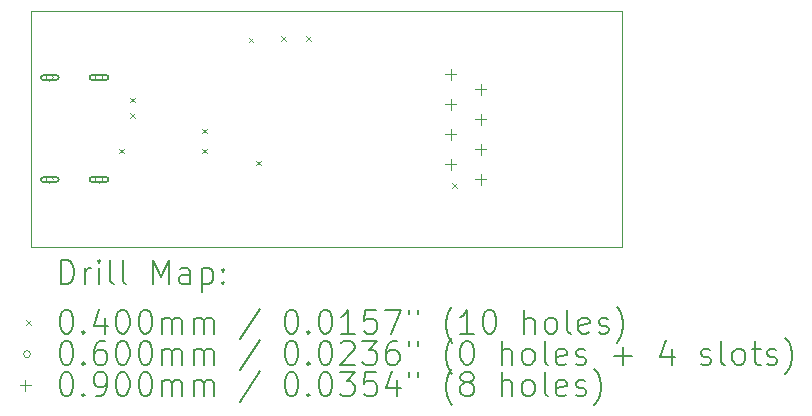
<source format=gbr>
%FSLAX45Y45*%
G04 Gerber Fmt 4.5, Leading zero omitted, Abs format (unit mm)*
G04 Created by KiCad (PCBNEW 5.99.0-unknown-4920692bcd~125~ubuntu20.04.1) date 2021-04-18 13:08:12*
%MOMM*%
%LPD*%
G01*
G04 APERTURE LIST*
%TA.AperFunction,Profile*%
%ADD10C,0.100000*%
%TD*%
%ADD11C,0.200000*%
%ADD12C,0.040000*%
%ADD13C,0.060000*%
%ADD14C,0.090000*%
G04 APERTURE END LIST*
D10*
X12363100Y-7890350D02*
X17363700Y-7890350D01*
X17363700Y-7890350D02*
X17363700Y-9889650D01*
X17363700Y-9889650D02*
X12363100Y-9889650D01*
X12363100Y-9889650D02*
X12363100Y-7890350D01*
D11*
D12*
X13110000Y-9060000D02*
X13150000Y-9100000D01*
X13150000Y-9060000D02*
X13110000Y-9100000D01*
X13200000Y-8760000D02*
X13240000Y-8800000D01*
X13240000Y-8760000D02*
X13200000Y-8800000D01*
X13202300Y-8628700D02*
X13242300Y-8668700D01*
X13242300Y-8628700D02*
X13202300Y-8668700D01*
X13810000Y-8890000D02*
X13850000Y-8930000D01*
X13850000Y-8890000D02*
X13810000Y-8930000D01*
X13810000Y-9060000D02*
X13850000Y-9100000D01*
X13850000Y-9060000D02*
X13810000Y-9100000D01*
X14205000Y-8120000D02*
X14245000Y-8160000D01*
X14245000Y-8120000D02*
X14205000Y-8160000D01*
X14270000Y-9160000D02*
X14310000Y-9200000D01*
X14310000Y-9160000D02*
X14270000Y-9200000D01*
X14480000Y-8110000D02*
X14520000Y-8150000D01*
X14520000Y-8110000D02*
X14480000Y-8150000D01*
X14690000Y-8110000D02*
X14730000Y-8150000D01*
X14730000Y-8110000D02*
X14690000Y-8150000D01*
X15930000Y-9350000D02*
X15970000Y-9390000D01*
X15970000Y-9350000D02*
X15930000Y-9390000D01*
D13*
X12551500Y-8458000D02*
G75*
G03*
X12551500Y-8458000I-30000J0D01*
G01*
D11*
X12466500Y-8478000D02*
X12576500Y-8478000D01*
X12466500Y-8438000D02*
X12576500Y-8438000D01*
X12576500Y-8478000D02*
G75*
G03*
X12576500Y-8438000I0J20000D01*
G01*
X12466500Y-8438000D02*
G75*
G03*
X12466500Y-8478000I0J-20000D01*
G01*
D13*
X12551500Y-9322000D02*
G75*
G03*
X12551500Y-9322000I-30000J0D01*
G01*
D11*
X12466500Y-9342000D02*
X12576500Y-9342000D01*
X12466500Y-9302000D02*
X12576500Y-9302000D01*
X12576500Y-9342000D02*
G75*
G03*
X12576500Y-9302000I0J20000D01*
G01*
X12466500Y-9302000D02*
G75*
G03*
X12466500Y-9342000I0J-20000D01*
G01*
D13*
X12968500Y-8458000D02*
G75*
G03*
X12968500Y-8458000I-30000J0D01*
G01*
D11*
X12878500Y-8478000D02*
X12998500Y-8478000D01*
X12878500Y-8438000D02*
X12998500Y-8438000D01*
X12998500Y-8478000D02*
G75*
G03*
X12998500Y-8438000I0J20000D01*
G01*
X12878500Y-8438000D02*
G75*
G03*
X12878500Y-8478000I0J-20000D01*
G01*
D13*
X12968500Y-9322000D02*
G75*
G03*
X12968500Y-9322000I-30000J0D01*
G01*
D11*
X12878500Y-9342000D02*
X12998500Y-9342000D01*
X12878500Y-9302000D02*
X12998500Y-9302000D01*
X12998500Y-9342000D02*
G75*
G03*
X12998500Y-9302000I0J20000D01*
G01*
X12878500Y-9302000D02*
G75*
G03*
X12878500Y-9342000I0J-20000D01*
G01*
D14*
X15916000Y-8386000D02*
X15916000Y-8476000D01*
X15871000Y-8431000D02*
X15961000Y-8431000D01*
X15916000Y-8640000D02*
X15916000Y-8730000D01*
X15871000Y-8685000D02*
X15961000Y-8685000D01*
X15916000Y-8894000D02*
X15916000Y-8984000D01*
X15871000Y-8939000D02*
X15961000Y-8939000D01*
X15916000Y-9148000D02*
X15916000Y-9238000D01*
X15871000Y-9193000D02*
X15961000Y-9193000D01*
X16170000Y-8513000D02*
X16170000Y-8603000D01*
X16125000Y-8558000D02*
X16215000Y-8558000D01*
X16170000Y-8767000D02*
X16170000Y-8857000D01*
X16125000Y-8812000D02*
X16215000Y-8812000D01*
X16170000Y-9021000D02*
X16170000Y-9111000D01*
X16125000Y-9066000D02*
X16215000Y-9066000D01*
X16170000Y-9275000D02*
X16170000Y-9365000D01*
X16125000Y-9320000D02*
X16215000Y-9320000D01*
D11*
X12615719Y-10205126D02*
X12615719Y-10005126D01*
X12663338Y-10005126D01*
X12691909Y-10014650D01*
X12710957Y-10033698D01*
X12720481Y-10052745D01*
X12730005Y-10090840D01*
X12730005Y-10119412D01*
X12720481Y-10157507D01*
X12710957Y-10176555D01*
X12691909Y-10195602D01*
X12663338Y-10205126D01*
X12615719Y-10205126D01*
X12815719Y-10205126D02*
X12815719Y-10071793D01*
X12815719Y-10109888D02*
X12825243Y-10090840D01*
X12834767Y-10081317D01*
X12853814Y-10071793D01*
X12872862Y-10071793D01*
X12939528Y-10205126D02*
X12939528Y-10071793D01*
X12939528Y-10005126D02*
X12930005Y-10014650D01*
X12939528Y-10024174D01*
X12949052Y-10014650D01*
X12939528Y-10005126D01*
X12939528Y-10024174D01*
X13063338Y-10205126D02*
X13044290Y-10195602D01*
X13034767Y-10176555D01*
X13034767Y-10005126D01*
X13168100Y-10205126D02*
X13149052Y-10195602D01*
X13139528Y-10176555D01*
X13139528Y-10005126D01*
X13396671Y-10205126D02*
X13396671Y-10005126D01*
X13463338Y-10147983D01*
X13530005Y-10005126D01*
X13530005Y-10205126D01*
X13710957Y-10205126D02*
X13710957Y-10100364D01*
X13701433Y-10081317D01*
X13682386Y-10071793D01*
X13644290Y-10071793D01*
X13625243Y-10081317D01*
X13710957Y-10195602D02*
X13691909Y-10205126D01*
X13644290Y-10205126D01*
X13625243Y-10195602D01*
X13615719Y-10176555D01*
X13615719Y-10157507D01*
X13625243Y-10138460D01*
X13644290Y-10128936D01*
X13691909Y-10128936D01*
X13710957Y-10119412D01*
X13806195Y-10071793D02*
X13806195Y-10271793D01*
X13806195Y-10081317D02*
X13825243Y-10071793D01*
X13863338Y-10071793D01*
X13882386Y-10081317D01*
X13891909Y-10090840D01*
X13901433Y-10109888D01*
X13901433Y-10167031D01*
X13891909Y-10186079D01*
X13882386Y-10195602D01*
X13863338Y-10205126D01*
X13825243Y-10205126D01*
X13806195Y-10195602D01*
X13987148Y-10186079D02*
X13996671Y-10195602D01*
X13987148Y-10205126D01*
X13977624Y-10195602D01*
X13987148Y-10186079D01*
X13987148Y-10205126D01*
X13987148Y-10081317D02*
X13996671Y-10090840D01*
X13987148Y-10100364D01*
X13977624Y-10090840D01*
X13987148Y-10081317D01*
X13987148Y-10100364D01*
D12*
X12318100Y-10514650D02*
X12358100Y-10554650D01*
X12358100Y-10514650D02*
X12318100Y-10554650D01*
D11*
X12653814Y-10425126D02*
X12672862Y-10425126D01*
X12691909Y-10434650D01*
X12701433Y-10444174D01*
X12710957Y-10463221D01*
X12720481Y-10501317D01*
X12720481Y-10548936D01*
X12710957Y-10587031D01*
X12701433Y-10606079D01*
X12691909Y-10615602D01*
X12672862Y-10625126D01*
X12653814Y-10625126D01*
X12634767Y-10615602D01*
X12625243Y-10606079D01*
X12615719Y-10587031D01*
X12606195Y-10548936D01*
X12606195Y-10501317D01*
X12615719Y-10463221D01*
X12625243Y-10444174D01*
X12634767Y-10434650D01*
X12653814Y-10425126D01*
X12806195Y-10606079D02*
X12815719Y-10615602D01*
X12806195Y-10625126D01*
X12796671Y-10615602D01*
X12806195Y-10606079D01*
X12806195Y-10625126D01*
X12987148Y-10491793D02*
X12987148Y-10625126D01*
X12939528Y-10415602D02*
X12891909Y-10558460D01*
X13015719Y-10558460D01*
X13130005Y-10425126D02*
X13149052Y-10425126D01*
X13168100Y-10434650D01*
X13177624Y-10444174D01*
X13187148Y-10463221D01*
X13196671Y-10501317D01*
X13196671Y-10548936D01*
X13187148Y-10587031D01*
X13177624Y-10606079D01*
X13168100Y-10615602D01*
X13149052Y-10625126D01*
X13130005Y-10625126D01*
X13110957Y-10615602D01*
X13101433Y-10606079D01*
X13091909Y-10587031D01*
X13082386Y-10548936D01*
X13082386Y-10501317D01*
X13091909Y-10463221D01*
X13101433Y-10444174D01*
X13110957Y-10434650D01*
X13130005Y-10425126D01*
X13320481Y-10425126D02*
X13339528Y-10425126D01*
X13358576Y-10434650D01*
X13368100Y-10444174D01*
X13377624Y-10463221D01*
X13387148Y-10501317D01*
X13387148Y-10548936D01*
X13377624Y-10587031D01*
X13368100Y-10606079D01*
X13358576Y-10615602D01*
X13339528Y-10625126D01*
X13320481Y-10625126D01*
X13301433Y-10615602D01*
X13291909Y-10606079D01*
X13282386Y-10587031D01*
X13272862Y-10548936D01*
X13272862Y-10501317D01*
X13282386Y-10463221D01*
X13291909Y-10444174D01*
X13301433Y-10434650D01*
X13320481Y-10425126D01*
X13472862Y-10625126D02*
X13472862Y-10491793D01*
X13472862Y-10510840D02*
X13482386Y-10501317D01*
X13501433Y-10491793D01*
X13530005Y-10491793D01*
X13549052Y-10501317D01*
X13558576Y-10520364D01*
X13558576Y-10625126D01*
X13558576Y-10520364D02*
X13568100Y-10501317D01*
X13587148Y-10491793D01*
X13615719Y-10491793D01*
X13634767Y-10501317D01*
X13644290Y-10520364D01*
X13644290Y-10625126D01*
X13739528Y-10625126D02*
X13739528Y-10491793D01*
X13739528Y-10510840D02*
X13749052Y-10501317D01*
X13768100Y-10491793D01*
X13796671Y-10491793D01*
X13815719Y-10501317D01*
X13825243Y-10520364D01*
X13825243Y-10625126D01*
X13825243Y-10520364D02*
X13834767Y-10501317D01*
X13853814Y-10491793D01*
X13882386Y-10491793D01*
X13901433Y-10501317D01*
X13910957Y-10520364D01*
X13910957Y-10625126D01*
X14301433Y-10415602D02*
X14130005Y-10672745D01*
X14558576Y-10425126D02*
X14577624Y-10425126D01*
X14596671Y-10434650D01*
X14606195Y-10444174D01*
X14615719Y-10463221D01*
X14625243Y-10501317D01*
X14625243Y-10548936D01*
X14615719Y-10587031D01*
X14606195Y-10606079D01*
X14596671Y-10615602D01*
X14577624Y-10625126D01*
X14558576Y-10625126D01*
X14539528Y-10615602D01*
X14530005Y-10606079D01*
X14520481Y-10587031D01*
X14510957Y-10548936D01*
X14510957Y-10501317D01*
X14520481Y-10463221D01*
X14530005Y-10444174D01*
X14539528Y-10434650D01*
X14558576Y-10425126D01*
X14710957Y-10606079D02*
X14720481Y-10615602D01*
X14710957Y-10625126D01*
X14701433Y-10615602D01*
X14710957Y-10606079D01*
X14710957Y-10625126D01*
X14844290Y-10425126D02*
X14863338Y-10425126D01*
X14882386Y-10434650D01*
X14891909Y-10444174D01*
X14901433Y-10463221D01*
X14910957Y-10501317D01*
X14910957Y-10548936D01*
X14901433Y-10587031D01*
X14891909Y-10606079D01*
X14882386Y-10615602D01*
X14863338Y-10625126D01*
X14844290Y-10625126D01*
X14825243Y-10615602D01*
X14815719Y-10606079D01*
X14806195Y-10587031D01*
X14796671Y-10548936D01*
X14796671Y-10501317D01*
X14806195Y-10463221D01*
X14815719Y-10444174D01*
X14825243Y-10434650D01*
X14844290Y-10425126D01*
X15101433Y-10625126D02*
X14987148Y-10625126D01*
X15044290Y-10625126D02*
X15044290Y-10425126D01*
X15025243Y-10453698D01*
X15006195Y-10472745D01*
X14987148Y-10482269D01*
X15282386Y-10425126D02*
X15187148Y-10425126D01*
X15177624Y-10520364D01*
X15187148Y-10510840D01*
X15206195Y-10501317D01*
X15253814Y-10501317D01*
X15272862Y-10510840D01*
X15282386Y-10520364D01*
X15291909Y-10539412D01*
X15291909Y-10587031D01*
X15282386Y-10606079D01*
X15272862Y-10615602D01*
X15253814Y-10625126D01*
X15206195Y-10625126D01*
X15187148Y-10615602D01*
X15177624Y-10606079D01*
X15358576Y-10425126D02*
X15491909Y-10425126D01*
X15406195Y-10625126D01*
X15558576Y-10425126D02*
X15558576Y-10463221D01*
X15634767Y-10425126D02*
X15634767Y-10463221D01*
X15930005Y-10701317D02*
X15920481Y-10691793D01*
X15901433Y-10663221D01*
X15891909Y-10644174D01*
X15882386Y-10615602D01*
X15872862Y-10567983D01*
X15872862Y-10529888D01*
X15882386Y-10482269D01*
X15891909Y-10453698D01*
X15901433Y-10434650D01*
X15920481Y-10406079D01*
X15930005Y-10396555D01*
X16110957Y-10625126D02*
X15996671Y-10625126D01*
X16053814Y-10625126D02*
X16053814Y-10425126D01*
X16034767Y-10453698D01*
X16015719Y-10472745D01*
X15996671Y-10482269D01*
X16234767Y-10425126D02*
X16253814Y-10425126D01*
X16272862Y-10434650D01*
X16282386Y-10444174D01*
X16291909Y-10463221D01*
X16301433Y-10501317D01*
X16301433Y-10548936D01*
X16291909Y-10587031D01*
X16282386Y-10606079D01*
X16272862Y-10615602D01*
X16253814Y-10625126D01*
X16234767Y-10625126D01*
X16215719Y-10615602D01*
X16206195Y-10606079D01*
X16196671Y-10587031D01*
X16187148Y-10548936D01*
X16187148Y-10501317D01*
X16196671Y-10463221D01*
X16206195Y-10444174D01*
X16215719Y-10434650D01*
X16234767Y-10425126D01*
X16539528Y-10625126D02*
X16539528Y-10425126D01*
X16625243Y-10625126D02*
X16625243Y-10520364D01*
X16615719Y-10501317D01*
X16596671Y-10491793D01*
X16568100Y-10491793D01*
X16549052Y-10501317D01*
X16539528Y-10510840D01*
X16749052Y-10625126D02*
X16730005Y-10615602D01*
X16720481Y-10606079D01*
X16710957Y-10587031D01*
X16710957Y-10529888D01*
X16720481Y-10510840D01*
X16730005Y-10501317D01*
X16749052Y-10491793D01*
X16777624Y-10491793D01*
X16796671Y-10501317D01*
X16806195Y-10510840D01*
X16815719Y-10529888D01*
X16815719Y-10587031D01*
X16806195Y-10606079D01*
X16796671Y-10615602D01*
X16777624Y-10625126D01*
X16749052Y-10625126D01*
X16930005Y-10625126D02*
X16910957Y-10615602D01*
X16901433Y-10596555D01*
X16901433Y-10425126D01*
X17082386Y-10615602D02*
X17063338Y-10625126D01*
X17025243Y-10625126D01*
X17006195Y-10615602D01*
X16996671Y-10596555D01*
X16996671Y-10520364D01*
X17006195Y-10501317D01*
X17025243Y-10491793D01*
X17063338Y-10491793D01*
X17082386Y-10501317D01*
X17091910Y-10520364D01*
X17091910Y-10539412D01*
X16996671Y-10558460D01*
X17168100Y-10615602D02*
X17187148Y-10625126D01*
X17225243Y-10625126D01*
X17244290Y-10615602D01*
X17253814Y-10596555D01*
X17253814Y-10587031D01*
X17244290Y-10567983D01*
X17225243Y-10558460D01*
X17196671Y-10558460D01*
X17177624Y-10548936D01*
X17168100Y-10529888D01*
X17168100Y-10520364D01*
X17177624Y-10501317D01*
X17196671Y-10491793D01*
X17225243Y-10491793D01*
X17244290Y-10501317D01*
X17320481Y-10701317D02*
X17330005Y-10691793D01*
X17349052Y-10663221D01*
X17358576Y-10644174D01*
X17368100Y-10615602D01*
X17377624Y-10567983D01*
X17377624Y-10529888D01*
X17368100Y-10482269D01*
X17358576Y-10453698D01*
X17349052Y-10434650D01*
X17330005Y-10406079D01*
X17320481Y-10396555D01*
D13*
X12358100Y-10798650D02*
G75*
G03*
X12358100Y-10798650I-30000J0D01*
G01*
D11*
X12653814Y-10689126D02*
X12672862Y-10689126D01*
X12691909Y-10698650D01*
X12701433Y-10708174D01*
X12710957Y-10727221D01*
X12720481Y-10765317D01*
X12720481Y-10812936D01*
X12710957Y-10851031D01*
X12701433Y-10870079D01*
X12691909Y-10879602D01*
X12672862Y-10889126D01*
X12653814Y-10889126D01*
X12634767Y-10879602D01*
X12625243Y-10870079D01*
X12615719Y-10851031D01*
X12606195Y-10812936D01*
X12606195Y-10765317D01*
X12615719Y-10727221D01*
X12625243Y-10708174D01*
X12634767Y-10698650D01*
X12653814Y-10689126D01*
X12806195Y-10870079D02*
X12815719Y-10879602D01*
X12806195Y-10889126D01*
X12796671Y-10879602D01*
X12806195Y-10870079D01*
X12806195Y-10889126D01*
X12987148Y-10689126D02*
X12949052Y-10689126D01*
X12930005Y-10698650D01*
X12920481Y-10708174D01*
X12901433Y-10736745D01*
X12891909Y-10774840D01*
X12891909Y-10851031D01*
X12901433Y-10870079D01*
X12910957Y-10879602D01*
X12930005Y-10889126D01*
X12968100Y-10889126D01*
X12987148Y-10879602D01*
X12996671Y-10870079D01*
X13006195Y-10851031D01*
X13006195Y-10803412D01*
X12996671Y-10784364D01*
X12987148Y-10774840D01*
X12968100Y-10765317D01*
X12930005Y-10765317D01*
X12910957Y-10774840D01*
X12901433Y-10784364D01*
X12891909Y-10803412D01*
X13130005Y-10689126D02*
X13149052Y-10689126D01*
X13168100Y-10698650D01*
X13177624Y-10708174D01*
X13187148Y-10727221D01*
X13196671Y-10765317D01*
X13196671Y-10812936D01*
X13187148Y-10851031D01*
X13177624Y-10870079D01*
X13168100Y-10879602D01*
X13149052Y-10889126D01*
X13130005Y-10889126D01*
X13110957Y-10879602D01*
X13101433Y-10870079D01*
X13091909Y-10851031D01*
X13082386Y-10812936D01*
X13082386Y-10765317D01*
X13091909Y-10727221D01*
X13101433Y-10708174D01*
X13110957Y-10698650D01*
X13130005Y-10689126D01*
X13320481Y-10689126D02*
X13339528Y-10689126D01*
X13358576Y-10698650D01*
X13368100Y-10708174D01*
X13377624Y-10727221D01*
X13387148Y-10765317D01*
X13387148Y-10812936D01*
X13377624Y-10851031D01*
X13368100Y-10870079D01*
X13358576Y-10879602D01*
X13339528Y-10889126D01*
X13320481Y-10889126D01*
X13301433Y-10879602D01*
X13291909Y-10870079D01*
X13282386Y-10851031D01*
X13272862Y-10812936D01*
X13272862Y-10765317D01*
X13282386Y-10727221D01*
X13291909Y-10708174D01*
X13301433Y-10698650D01*
X13320481Y-10689126D01*
X13472862Y-10889126D02*
X13472862Y-10755793D01*
X13472862Y-10774840D02*
X13482386Y-10765317D01*
X13501433Y-10755793D01*
X13530005Y-10755793D01*
X13549052Y-10765317D01*
X13558576Y-10784364D01*
X13558576Y-10889126D01*
X13558576Y-10784364D02*
X13568100Y-10765317D01*
X13587148Y-10755793D01*
X13615719Y-10755793D01*
X13634767Y-10765317D01*
X13644290Y-10784364D01*
X13644290Y-10889126D01*
X13739528Y-10889126D02*
X13739528Y-10755793D01*
X13739528Y-10774840D02*
X13749052Y-10765317D01*
X13768100Y-10755793D01*
X13796671Y-10755793D01*
X13815719Y-10765317D01*
X13825243Y-10784364D01*
X13825243Y-10889126D01*
X13825243Y-10784364D02*
X13834767Y-10765317D01*
X13853814Y-10755793D01*
X13882386Y-10755793D01*
X13901433Y-10765317D01*
X13910957Y-10784364D01*
X13910957Y-10889126D01*
X14301433Y-10679602D02*
X14130005Y-10936745D01*
X14558576Y-10689126D02*
X14577624Y-10689126D01*
X14596671Y-10698650D01*
X14606195Y-10708174D01*
X14615719Y-10727221D01*
X14625243Y-10765317D01*
X14625243Y-10812936D01*
X14615719Y-10851031D01*
X14606195Y-10870079D01*
X14596671Y-10879602D01*
X14577624Y-10889126D01*
X14558576Y-10889126D01*
X14539528Y-10879602D01*
X14530005Y-10870079D01*
X14520481Y-10851031D01*
X14510957Y-10812936D01*
X14510957Y-10765317D01*
X14520481Y-10727221D01*
X14530005Y-10708174D01*
X14539528Y-10698650D01*
X14558576Y-10689126D01*
X14710957Y-10870079D02*
X14720481Y-10879602D01*
X14710957Y-10889126D01*
X14701433Y-10879602D01*
X14710957Y-10870079D01*
X14710957Y-10889126D01*
X14844290Y-10689126D02*
X14863338Y-10689126D01*
X14882386Y-10698650D01*
X14891909Y-10708174D01*
X14901433Y-10727221D01*
X14910957Y-10765317D01*
X14910957Y-10812936D01*
X14901433Y-10851031D01*
X14891909Y-10870079D01*
X14882386Y-10879602D01*
X14863338Y-10889126D01*
X14844290Y-10889126D01*
X14825243Y-10879602D01*
X14815719Y-10870079D01*
X14806195Y-10851031D01*
X14796671Y-10812936D01*
X14796671Y-10765317D01*
X14806195Y-10727221D01*
X14815719Y-10708174D01*
X14825243Y-10698650D01*
X14844290Y-10689126D01*
X14987148Y-10708174D02*
X14996671Y-10698650D01*
X15015719Y-10689126D01*
X15063338Y-10689126D01*
X15082386Y-10698650D01*
X15091909Y-10708174D01*
X15101433Y-10727221D01*
X15101433Y-10746269D01*
X15091909Y-10774840D01*
X14977624Y-10889126D01*
X15101433Y-10889126D01*
X15168100Y-10689126D02*
X15291909Y-10689126D01*
X15225243Y-10765317D01*
X15253814Y-10765317D01*
X15272862Y-10774840D01*
X15282386Y-10784364D01*
X15291909Y-10803412D01*
X15291909Y-10851031D01*
X15282386Y-10870079D01*
X15272862Y-10879602D01*
X15253814Y-10889126D01*
X15196671Y-10889126D01*
X15177624Y-10879602D01*
X15168100Y-10870079D01*
X15463338Y-10689126D02*
X15425243Y-10689126D01*
X15406195Y-10698650D01*
X15396671Y-10708174D01*
X15377624Y-10736745D01*
X15368100Y-10774840D01*
X15368100Y-10851031D01*
X15377624Y-10870079D01*
X15387148Y-10879602D01*
X15406195Y-10889126D01*
X15444290Y-10889126D01*
X15463338Y-10879602D01*
X15472862Y-10870079D01*
X15482386Y-10851031D01*
X15482386Y-10803412D01*
X15472862Y-10784364D01*
X15463338Y-10774840D01*
X15444290Y-10765317D01*
X15406195Y-10765317D01*
X15387148Y-10774840D01*
X15377624Y-10784364D01*
X15368100Y-10803412D01*
X15558576Y-10689126D02*
X15558576Y-10727221D01*
X15634767Y-10689126D02*
X15634767Y-10727221D01*
X15930005Y-10965317D02*
X15920481Y-10955793D01*
X15901433Y-10927221D01*
X15891909Y-10908174D01*
X15882386Y-10879602D01*
X15872862Y-10831983D01*
X15872862Y-10793888D01*
X15882386Y-10746269D01*
X15891909Y-10717698D01*
X15901433Y-10698650D01*
X15920481Y-10670079D01*
X15930005Y-10660555D01*
X16044290Y-10689126D02*
X16063338Y-10689126D01*
X16082386Y-10698650D01*
X16091909Y-10708174D01*
X16101433Y-10727221D01*
X16110957Y-10765317D01*
X16110957Y-10812936D01*
X16101433Y-10851031D01*
X16091909Y-10870079D01*
X16082386Y-10879602D01*
X16063338Y-10889126D01*
X16044290Y-10889126D01*
X16025243Y-10879602D01*
X16015719Y-10870079D01*
X16006195Y-10851031D01*
X15996671Y-10812936D01*
X15996671Y-10765317D01*
X16006195Y-10727221D01*
X16015719Y-10708174D01*
X16025243Y-10698650D01*
X16044290Y-10689126D01*
X16349052Y-10889126D02*
X16349052Y-10689126D01*
X16434767Y-10889126D02*
X16434767Y-10784364D01*
X16425243Y-10765317D01*
X16406195Y-10755793D01*
X16377624Y-10755793D01*
X16358576Y-10765317D01*
X16349052Y-10774840D01*
X16558576Y-10889126D02*
X16539528Y-10879602D01*
X16530005Y-10870079D01*
X16520481Y-10851031D01*
X16520481Y-10793888D01*
X16530005Y-10774840D01*
X16539528Y-10765317D01*
X16558576Y-10755793D01*
X16587148Y-10755793D01*
X16606195Y-10765317D01*
X16615719Y-10774840D01*
X16625243Y-10793888D01*
X16625243Y-10851031D01*
X16615719Y-10870079D01*
X16606195Y-10879602D01*
X16587148Y-10889126D01*
X16558576Y-10889126D01*
X16739528Y-10889126D02*
X16720481Y-10879602D01*
X16710957Y-10860555D01*
X16710957Y-10689126D01*
X16891910Y-10879602D02*
X16872862Y-10889126D01*
X16834767Y-10889126D01*
X16815719Y-10879602D01*
X16806195Y-10860555D01*
X16806195Y-10784364D01*
X16815719Y-10765317D01*
X16834767Y-10755793D01*
X16872862Y-10755793D01*
X16891910Y-10765317D01*
X16901433Y-10784364D01*
X16901433Y-10803412D01*
X16806195Y-10822460D01*
X16977624Y-10879602D02*
X16996671Y-10889126D01*
X17034767Y-10889126D01*
X17053814Y-10879602D01*
X17063338Y-10860555D01*
X17063338Y-10851031D01*
X17053814Y-10831983D01*
X17034767Y-10822460D01*
X17006195Y-10822460D01*
X16987148Y-10812936D01*
X16977624Y-10793888D01*
X16977624Y-10784364D01*
X16987148Y-10765317D01*
X17006195Y-10755793D01*
X17034767Y-10755793D01*
X17053814Y-10765317D01*
X17301433Y-10812936D02*
X17453814Y-10812936D01*
X17377624Y-10889126D02*
X17377624Y-10736745D01*
X17787148Y-10755793D02*
X17787148Y-10889126D01*
X17739529Y-10679602D02*
X17691910Y-10822460D01*
X17815719Y-10822460D01*
X18034767Y-10879602D02*
X18053814Y-10889126D01*
X18091910Y-10889126D01*
X18110957Y-10879602D01*
X18120481Y-10860555D01*
X18120481Y-10851031D01*
X18110957Y-10831983D01*
X18091910Y-10822460D01*
X18063338Y-10822460D01*
X18044290Y-10812936D01*
X18034767Y-10793888D01*
X18034767Y-10784364D01*
X18044290Y-10765317D01*
X18063338Y-10755793D01*
X18091910Y-10755793D01*
X18110957Y-10765317D01*
X18234767Y-10889126D02*
X18215719Y-10879602D01*
X18206195Y-10860555D01*
X18206195Y-10689126D01*
X18339529Y-10889126D02*
X18320481Y-10879602D01*
X18310957Y-10870079D01*
X18301433Y-10851031D01*
X18301433Y-10793888D01*
X18310957Y-10774840D01*
X18320481Y-10765317D01*
X18339529Y-10755793D01*
X18368100Y-10755793D01*
X18387148Y-10765317D01*
X18396671Y-10774840D01*
X18406195Y-10793888D01*
X18406195Y-10851031D01*
X18396671Y-10870079D01*
X18387148Y-10879602D01*
X18368100Y-10889126D01*
X18339529Y-10889126D01*
X18463338Y-10755793D02*
X18539529Y-10755793D01*
X18491910Y-10689126D02*
X18491910Y-10860555D01*
X18501433Y-10879602D01*
X18520481Y-10889126D01*
X18539529Y-10889126D01*
X18596671Y-10879602D02*
X18615719Y-10889126D01*
X18653814Y-10889126D01*
X18672862Y-10879602D01*
X18682386Y-10860555D01*
X18682386Y-10851031D01*
X18672862Y-10831983D01*
X18653814Y-10822460D01*
X18625243Y-10822460D01*
X18606195Y-10812936D01*
X18596671Y-10793888D01*
X18596671Y-10784364D01*
X18606195Y-10765317D01*
X18625243Y-10755793D01*
X18653814Y-10755793D01*
X18672862Y-10765317D01*
X18749052Y-10965317D02*
X18758576Y-10955793D01*
X18777624Y-10927221D01*
X18787148Y-10908174D01*
X18796671Y-10879602D01*
X18806195Y-10831983D01*
X18806195Y-10793888D01*
X18796671Y-10746269D01*
X18787148Y-10717698D01*
X18777624Y-10698650D01*
X18758576Y-10670079D01*
X18749052Y-10660555D01*
D14*
X12313100Y-11017650D02*
X12313100Y-11107650D01*
X12268100Y-11062650D02*
X12358100Y-11062650D01*
D11*
X12653814Y-10953126D02*
X12672862Y-10953126D01*
X12691909Y-10962650D01*
X12701433Y-10972174D01*
X12710957Y-10991221D01*
X12720481Y-11029317D01*
X12720481Y-11076936D01*
X12710957Y-11115031D01*
X12701433Y-11134079D01*
X12691909Y-11143602D01*
X12672862Y-11153126D01*
X12653814Y-11153126D01*
X12634767Y-11143602D01*
X12625243Y-11134079D01*
X12615719Y-11115031D01*
X12606195Y-11076936D01*
X12606195Y-11029317D01*
X12615719Y-10991221D01*
X12625243Y-10972174D01*
X12634767Y-10962650D01*
X12653814Y-10953126D01*
X12806195Y-11134079D02*
X12815719Y-11143602D01*
X12806195Y-11153126D01*
X12796671Y-11143602D01*
X12806195Y-11134079D01*
X12806195Y-11153126D01*
X12910957Y-11153126D02*
X12949052Y-11153126D01*
X12968100Y-11143602D01*
X12977624Y-11134079D01*
X12996671Y-11105507D01*
X13006195Y-11067412D01*
X13006195Y-10991221D01*
X12996671Y-10972174D01*
X12987148Y-10962650D01*
X12968100Y-10953126D01*
X12930005Y-10953126D01*
X12910957Y-10962650D01*
X12901433Y-10972174D01*
X12891909Y-10991221D01*
X12891909Y-11038840D01*
X12901433Y-11057888D01*
X12910957Y-11067412D01*
X12930005Y-11076936D01*
X12968100Y-11076936D01*
X12987148Y-11067412D01*
X12996671Y-11057888D01*
X13006195Y-11038840D01*
X13130005Y-10953126D02*
X13149052Y-10953126D01*
X13168100Y-10962650D01*
X13177624Y-10972174D01*
X13187148Y-10991221D01*
X13196671Y-11029317D01*
X13196671Y-11076936D01*
X13187148Y-11115031D01*
X13177624Y-11134079D01*
X13168100Y-11143602D01*
X13149052Y-11153126D01*
X13130005Y-11153126D01*
X13110957Y-11143602D01*
X13101433Y-11134079D01*
X13091909Y-11115031D01*
X13082386Y-11076936D01*
X13082386Y-11029317D01*
X13091909Y-10991221D01*
X13101433Y-10972174D01*
X13110957Y-10962650D01*
X13130005Y-10953126D01*
X13320481Y-10953126D02*
X13339528Y-10953126D01*
X13358576Y-10962650D01*
X13368100Y-10972174D01*
X13377624Y-10991221D01*
X13387148Y-11029317D01*
X13387148Y-11076936D01*
X13377624Y-11115031D01*
X13368100Y-11134079D01*
X13358576Y-11143602D01*
X13339528Y-11153126D01*
X13320481Y-11153126D01*
X13301433Y-11143602D01*
X13291909Y-11134079D01*
X13282386Y-11115031D01*
X13272862Y-11076936D01*
X13272862Y-11029317D01*
X13282386Y-10991221D01*
X13291909Y-10972174D01*
X13301433Y-10962650D01*
X13320481Y-10953126D01*
X13472862Y-11153126D02*
X13472862Y-11019793D01*
X13472862Y-11038840D02*
X13482386Y-11029317D01*
X13501433Y-11019793D01*
X13530005Y-11019793D01*
X13549052Y-11029317D01*
X13558576Y-11048364D01*
X13558576Y-11153126D01*
X13558576Y-11048364D02*
X13568100Y-11029317D01*
X13587148Y-11019793D01*
X13615719Y-11019793D01*
X13634767Y-11029317D01*
X13644290Y-11048364D01*
X13644290Y-11153126D01*
X13739528Y-11153126D02*
X13739528Y-11019793D01*
X13739528Y-11038840D02*
X13749052Y-11029317D01*
X13768100Y-11019793D01*
X13796671Y-11019793D01*
X13815719Y-11029317D01*
X13825243Y-11048364D01*
X13825243Y-11153126D01*
X13825243Y-11048364D02*
X13834767Y-11029317D01*
X13853814Y-11019793D01*
X13882386Y-11019793D01*
X13901433Y-11029317D01*
X13910957Y-11048364D01*
X13910957Y-11153126D01*
X14301433Y-10943602D02*
X14130005Y-11200745D01*
X14558576Y-10953126D02*
X14577624Y-10953126D01*
X14596671Y-10962650D01*
X14606195Y-10972174D01*
X14615719Y-10991221D01*
X14625243Y-11029317D01*
X14625243Y-11076936D01*
X14615719Y-11115031D01*
X14606195Y-11134079D01*
X14596671Y-11143602D01*
X14577624Y-11153126D01*
X14558576Y-11153126D01*
X14539528Y-11143602D01*
X14530005Y-11134079D01*
X14520481Y-11115031D01*
X14510957Y-11076936D01*
X14510957Y-11029317D01*
X14520481Y-10991221D01*
X14530005Y-10972174D01*
X14539528Y-10962650D01*
X14558576Y-10953126D01*
X14710957Y-11134079D02*
X14720481Y-11143602D01*
X14710957Y-11153126D01*
X14701433Y-11143602D01*
X14710957Y-11134079D01*
X14710957Y-11153126D01*
X14844290Y-10953126D02*
X14863338Y-10953126D01*
X14882386Y-10962650D01*
X14891909Y-10972174D01*
X14901433Y-10991221D01*
X14910957Y-11029317D01*
X14910957Y-11076936D01*
X14901433Y-11115031D01*
X14891909Y-11134079D01*
X14882386Y-11143602D01*
X14863338Y-11153126D01*
X14844290Y-11153126D01*
X14825243Y-11143602D01*
X14815719Y-11134079D01*
X14806195Y-11115031D01*
X14796671Y-11076936D01*
X14796671Y-11029317D01*
X14806195Y-10991221D01*
X14815719Y-10972174D01*
X14825243Y-10962650D01*
X14844290Y-10953126D01*
X14977624Y-10953126D02*
X15101433Y-10953126D01*
X15034767Y-11029317D01*
X15063338Y-11029317D01*
X15082386Y-11038840D01*
X15091909Y-11048364D01*
X15101433Y-11067412D01*
X15101433Y-11115031D01*
X15091909Y-11134079D01*
X15082386Y-11143602D01*
X15063338Y-11153126D01*
X15006195Y-11153126D01*
X14987148Y-11143602D01*
X14977624Y-11134079D01*
X15282386Y-10953126D02*
X15187148Y-10953126D01*
X15177624Y-11048364D01*
X15187148Y-11038840D01*
X15206195Y-11029317D01*
X15253814Y-11029317D01*
X15272862Y-11038840D01*
X15282386Y-11048364D01*
X15291909Y-11067412D01*
X15291909Y-11115031D01*
X15282386Y-11134079D01*
X15272862Y-11143602D01*
X15253814Y-11153126D01*
X15206195Y-11153126D01*
X15187148Y-11143602D01*
X15177624Y-11134079D01*
X15463338Y-11019793D02*
X15463338Y-11153126D01*
X15415719Y-10943602D02*
X15368100Y-11086460D01*
X15491909Y-11086460D01*
X15558576Y-10953126D02*
X15558576Y-10991221D01*
X15634767Y-10953126D02*
X15634767Y-10991221D01*
X15930005Y-11229317D02*
X15920481Y-11219793D01*
X15901433Y-11191221D01*
X15891909Y-11172174D01*
X15882386Y-11143602D01*
X15872862Y-11095983D01*
X15872862Y-11057888D01*
X15882386Y-11010269D01*
X15891909Y-10981698D01*
X15901433Y-10962650D01*
X15920481Y-10934079D01*
X15930005Y-10924555D01*
X16034767Y-11038840D02*
X16015719Y-11029317D01*
X16006195Y-11019793D01*
X15996671Y-11000745D01*
X15996671Y-10991221D01*
X16006195Y-10972174D01*
X16015719Y-10962650D01*
X16034767Y-10953126D01*
X16072862Y-10953126D01*
X16091909Y-10962650D01*
X16101433Y-10972174D01*
X16110957Y-10991221D01*
X16110957Y-11000745D01*
X16101433Y-11019793D01*
X16091909Y-11029317D01*
X16072862Y-11038840D01*
X16034767Y-11038840D01*
X16015719Y-11048364D01*
X16006195Y-11057888D01*
X15996671Y-11076936D01*
X15996671Y-11115031D01*
X16006195Y-11134079D01*
X16015719Y-11143602D01*
X16034767Y-11153126D01*
X16072862Y-11153126D01*
X16091909Y-11143602D01*
X16101433Y-11134079D01*
X16110957Y-11115031D01*
X16110957Y-11076936D01*
X16101433Y-11057888D01*
X16091909Y-11048364D01*
X16072862Y-11038840D01*
X16349052Y-11153126D02*
X16349052Y-10953126D01*
X16434767Y-11153126D02*
X16434767Y-11048364D01*
X16425243Y-11029317D01*
X16406195Y-11019793D01*
X16377624Y-11019793D01*
X16358576Y-11029317D01*
X16349052Y-11038840D01*
X16558576Y-11153126D02*
X16539528Y-11143602D01*
X16530005Y-11134079D01*
X16520481Y-11115031D01*
X16520481Y-11057888D01*
X16530005Y-11038840D01*
X16539528Y-11029317D01*
X16558576Y-11019793D01*
X16587148Y-11019793D01*
X16606195Y-11029317D01*
X16615719Y-11038840D01*
X16625243Y-11057888D01*
X16625243Y-11115031D01*
X16615719Y-11134079D01*
X16606195Y-11143602D01*
X16587148Y-11153126D01*
X16558576Y-11153126D01*
X16739528Y-11153126D02*
X16720481Y-11143602D01*
X16710957Y-11124555D01*
X16710957Y-10953126D01*
X16891910Y-11143602D02*
X16872862Y-11153126D01*
X16834767Y-11153126D01*
X16815719Y-11143602D01*
X16806195Y-11124555D01*
X16806195Y-11048364D01*
X16815719Y-11029317D01*
X16834767Y-11019793D01*
X16872862Y-11019793D01*
X16891910Y-11029317D01*
X16901433Y-11048364D01*
X16901433Y-11067412D01*
X16806195Y-11086460D01*
X16977624Y-11143602D02*
X16996671Y-11153126D01*
X17034767Y-11153126D01*
X17053814Y-11143602D01*
X17063338Y-11124555D01*
X17063338Y-11115031D01*
X17053814Y-11095983D01*
X17034767Y-11086460D01*
X17006195Y-11086460D01*
X16987148Y-11076936D01*
X16977624Y-11057888D01*
X16977624Y-11048364D01*
X16987148Y-11029317D01*
X17006195Y-11019793D01*
X17034767Y-11019793D01*
X17053814Y-11029317D01*
X17130005Y-11229317D02*
X17139529Y-11219793D01*
X17158576Y-11191221D01*
X17168100Y-11172174D01*
X17177624Y-11143602D01*
X17187148Y-11095983D01*
X17187148Y-11057888D01*
X17177624Y-11010269D01*
X17168100Y-10981698D01*
X17158576Y-10962650D01*
X17139529Y-10934079D01*
X17130005Y-10924555D01*
M02*

</source>
